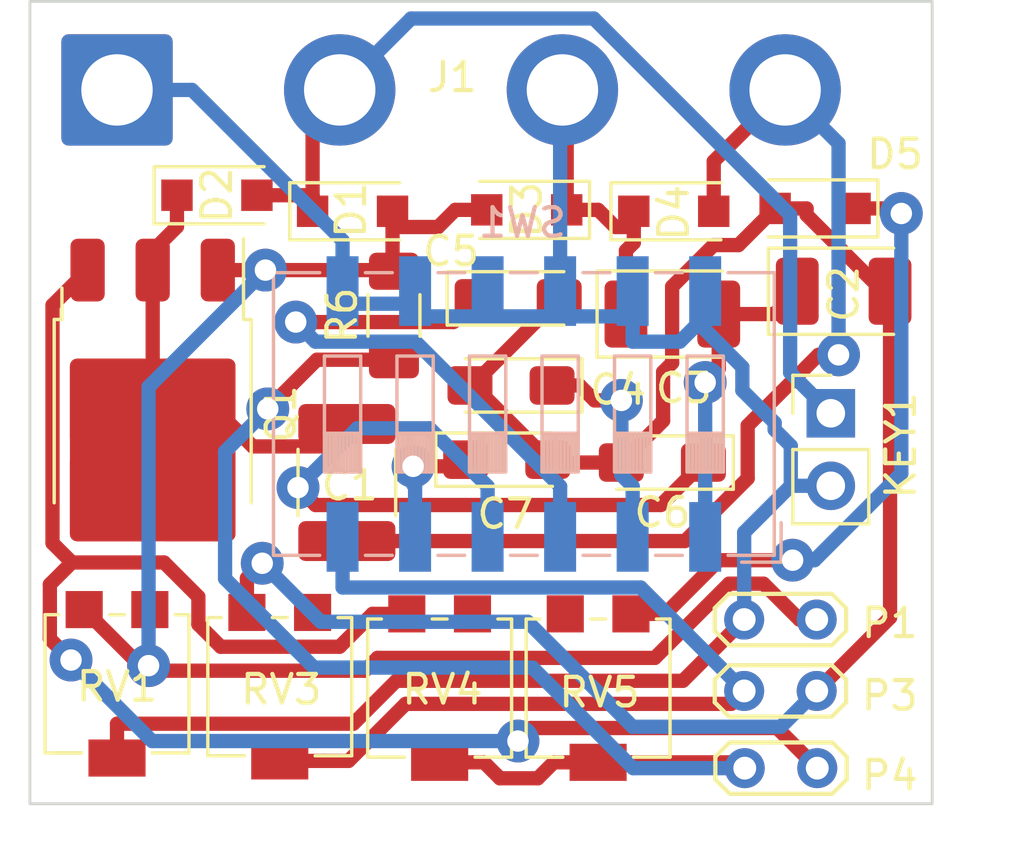
<source format=kicad_pcb>
(kicad_pcb (version 20221018) (generator pcbnew)
  (layers (0 "F.Cu" signal) (31 "B.Cu" signal) (34 "B.Paste" user) (35 "F.Paste" user) (36 "B.SilkS" user "B.Silkscreen") (37 "F.SilkS" user "F.Silkscreen") (38 "B.Mask" user) (39 "F.Mask" user) (44 "Edge.Cuts" user))
  (net 0 "")
  (net 1 "GND")
  (net 2 "Net-(C2-Pad1)")
  (net 3 "RWIRE")
  (net 4 "Net-(C4-Pad1)")
  (net 5 "BWIRE")
  (net 6 "/Anode")
  (net 7 "Net-(C5-Pad1)")
  (net 8 "Net-(C6-Pad1)")
  (net 9 "Net-(C7-Pad1)")
  (net 14 "Net-(D5-A)")
  (net 15 "/Cathode")
  (net 16 "Net-(D5-K)")
  (net 17 "/Gate")
  (net 18 "Net-(P4-Pin_2)")
  (net 19 "Net-(P3-Pin_2)")
  (footprint "Connector_Wire:SolderWire-2sqmm_1x04_P7.8mm_D2mm_OD3.9mm" (layer "F.Cu") (at 69.2 59.05)
    (fp_text reference "J1" (at 11.75 -0.45) (layer "F.SilkS"))
    (fp_text value "Conn_01x04_Male")
    (pad "1" thru_hole roundrect (at 0 0) (size 3.9 3.9) (drill 2.5) (layers "*.Cu" "*.Mask") (roundrect_rratio 0.06410307692) (net 1 "GND"))
    (pad "2" thru_hole circle (at 7.8 0) (size 3.9 3.9) (drill 2.5) (layers "*.Cu" "*.Mask") (net 5 "BWIRE"))
    (pad "3" thru_hole circle (at 15.6 0) (size 3.9 3.9) (drill 2.5) (layers "*.Cu" "*.Mask") (net 1 "GND"))
    (pad "4" thru_hole circle (at 23.4 0) (size 3.9 3.9) (drill 2.5) (layers "*.Cu" "*.Mask") (net 3 "RWIRE"))
  )
  (footprint "Diode_SMD:D_SOD-123F" (layer "F.Cu") (at 72.7 62.738)
    (fp_text reference "D2" (at 0 0 90) (layer "F.SilkS"))
    (fp_text value "1N4007")
    (pad "1" smd rect (at -1.4 0) (size 1.1 1.1) (layers "F.Cu" "F.Paste" "F.Mask") (net 6 "/Anode"))
    (pad "2" smd rect (at 1.4 0) (size 1.1 1.1) (layers "F.Cu" "F.Paste" "F.Mask") (net 5 "BWIRE"))
  )
  (footprint "Resistor_SMD:R_1206_3216Metric_Pad1.30x1.75mm_HandSolder" (layer "F.Cu") (at 78.9 66.95 90)
    (fp_text reference "R6" (at 0 -1.82 90) (layer "F.SilkS"))
    (fp_text value "1K")
    (pad "1" smd roundrect (at -1.55 0 90) (size 1.3 1.75) (layers "F.Cu" "F.Paste" "F.Mask") (roundrect_rratio 0.1923076923) (net 18 "Net-(P4-Pin_2)"))
    (pad "2" smd roundrect (at 1.55 0 90) (size 1.3 1.75) (layers "F.Cu" "F.Paste" "F.Mask") (roundrect_rratio 0.1923076923) (net 15 "/Cathode"))
  )
  (footprint "Potentiometer_SMD:Potentiometer_Bourns_3224G_Horizontal" (layer "F.Cu") (at 86.05 80 90)
    (fp_text reference "RV5" (at -0.15 0.05 180) (layer "F.SilkS"))
    (fp_text value "50")
    (pad "1" smd rect (at 2.6 -1.15 90) (size 1.3 1.3) (layers "F.Cu" "F.Paste" "F.Mask"))
    (pad "2" smd rect (at -2.6 0 90) (size 1.3 2) (layers "F.Cu" "F.Paste" "F.Mask") (net 18 "Net-(P4-Pin_2)"))
    (pad "3" smd rect (at 2.6 1.15 90) (size 1.3 1.3) (layers "F.Cu" "F.Paste" "F.Mask") (net 16 "Net-(D5-K)"))
  )
  (footprint "Package_TO_SOT_SMD:TO-252-3_TabPin2" (layer "F.Cu") (at 70.45 70.4 -90)
    (fp_text reference "Q1" (at 0 -4.5 -90) (layer "F.SilkS"))
    (fp_text value "TIC106")
    (pad "1" smd roundrect (at -5.04 -2.28 270) (size 2.2 1.2) (layers "F.Cu" "F.Paste" "F.Mask") (roundrect_rratio 0.208333) (net 15 "/Cathode"))
    (pad "2" smd roundrect (at -5.04 0 270) (size 2.2 1.2) (layers "F.Cu" "F.Paste" "F.Mask") (roundrect_rratio 0.208333) (net 6 "/Anode"))
    (pad "2" smd roundrect (at -0.415 -1.525 270) (size 3.05 2.75) (layers "F.Cu" "F.Paste") (roundrect_rratio 0.090909) (net 6 "/Anode"))
    (pad "2" smd roundrect (at -0.415 1.525 270) (size 3.05 2.75) (layers "F.Cu" "F.Paste") (roundrect_rratio 0.090909) (net 6 "/Anode"))
    (pad "2" smd roundrect (at 1.26 0 270) (size 6.4 5.8) (layers "F.Cu" "F.Mask") (roundrect_rratio 0.043103) (net 6 "/Anode"))
    (pad "2" smd roundrect (at 2.935 -1.525 270) (size 3.05 2.75) (layers "F.Cu" "F.Paste") (roundrect_rratio 0.090909) (net 6 "/Anode"))
    (pad "2" smd roundrect (at 2.935 1.525 270) (size 3.05 2.75) (layers "F.Cu" "F.Paste") (roundrect_rratio 0.090909) (net 6 "/Anode"))
    (pad "3" smd roundrect (at -5.04 2.28 270) (size 2.2 1.2) (layers "F.Cu" "F.Paste" "F.Mask") (roundrect_rratio 0.208333) (net 17 "/Gate"))
  )
  (footprint "Capacitor_Tantalum_SMD:CP_EIA-3528-12_Kemet-T_Pad1.50x2.35mm_HandSolder" (layer "F.Cu") (at 94.65 66.1)
    (fp_text reference "C2" (at 0 0.1 90) (layer "F.SilkS"))
    (fp_text value "4.7uF")
    (pad "1" smd roundrect (at -1.625 0) (size 1.5 2.35) (layers "F.Cu" "F.Paste" "F.Mask") (roundrect_rratio 0.1666673333) (net 2 "Net-(C2-Pad1)"))
    (pad "2" smd roundrect (at 1.625 0) (size 1.5 2.35) (layers "F.Cu" "F.Paste" "F.Mask") (roundrect_rratio 0.1666673333) (net 14 "Net-(D5-A)"))
  )
  (footprint "Potentiometer_SMD:Potentiometer_Bourns_3224G_Horizontal" (layer "F.Cu") (at 74.9 79.95 90)
    (fp_text reference "RV3" (at -0.1 0.05 180) (layer "F.SilkS"))
    (fp_text value "1k")
    (pad "1" smd rect (at 2.6 -1.15 90) (size 1.3 1.3) (layers "F.Cu" "F.Paste" "F.Mask") (net 14 "Net-(D5-A)"))
    (pad "2" smd rect (at -2.6 0 90) (size 1.3 2) (layers "F.Cu" "F.Paste" "F.Mask") (net 19 "Net-(P3-Pin_2)"))
    (pad "3" smd rect (at 2.6 1.15 90) (size 1.3 1.3) (layers "F.Cu" "F.Paste" "F.Mask"))
  )
  (footprint "Potentiometer_SMD:Potentiometer_Bourns_3224G_Horizontal" (layer "F.Cu") (at 80.5 80 90)
    (fp_text reference "RV4" (at -0.05 0.1 180) (layer "F.SilkS"))
    (fp_text value "500")
    (pad "1" smd rect (at 2.6 -1.15 90) (size 1.3 1.3) (layers "F.Cu" "F.Paste" "F.Mask") (net 17 "/Gate"))
    (pad "2" smd rect (at -2.6 0 90) (size 1.3 2) (layers "F.Cu" "F.Paste" "F.Mask") (net 18 "Net-(P4-Pin_2)"))
    (pad "3" smd rect (at 2.6 1.15 90) (size 1.3 1.3) (layers "F.Cu" "F.Paste" "F.Mask"))
  )
  (footprint "Diode_SMD:D_SOD-123F" (layer "F.Cu") (at 83.55 63.25 180)
    (fp_text reference "D3" (at 0 0 90) (layer "F.SilkS"))
    (fp_text value "1N4007")
    (pad "1" smd rect (at -1.4 0 180) (size 1.1 1.1) (layers "F.Cu" "F.Paste" "F.Mask") (net 1 "GND"))
    (pad "2" smd rect (at 1.4 0 180) (size 1.1 1.1) (layers "F.Cu" "F.Paste" "F.Mask") (net 15 "/Cathode"))
  )
  (footprint "Capacitor_Tantalum_SMD:CP_EIA-3528-12_Kemet-T_Pad1.50x2.35mm_HandSolder" (layer "F.Cu") (at 88.65 66.9)
    (fp_text reference "C3" (at 0.4 2.6) (layer "F.SilkS"))
    (fp_text value "4.7uF")
    (pad "1" smd roundrect (at -1.625 0) (size 1.5 2.35) (layers "F.Cu" "F.Paste" "F.Mask") (roundrect_rratio 0.1666673333) (net 1 "GND"))
    (pad "2" smd roundrect (at 1.625 0) (size 1.5 2.35) (layers "F.Cu" "F.Paste" "F.Mask") (roundrect_rratio 0.1666673333) (net 2 "Net-(C2-Pad1)"))
  )
  (footprint "TestPoint:TestPoint_2Pads_Pitch2.54mm_Drill0.8mm" (layer "F.Cu") (at 93.706 80.1 180)
    (fp_text reference "P3" (at -2.56 -0.164 180) (layer "F.SilkS"))
    (fp_text value "RV3 TP")
    (pad "1" thru_hole circle (at 0 0 180) (size 1.4 1.4) (drill 0.8) (layers "*.Cu" "*.Mask") (net 14 "Net-(D5-A)"))
    (pad "2" thru_hole circle (at 2.54 0 180) (size 1.4 1.4) (drill 0.8) (layers "*.Cu" "*.Mask") (net 19 "Net-(P3-Pin_2)"))
  )
  (footprint "Diode_SMD:D_SOD-123F" (layer "F.Cu") (at 93.65 63.2 180)
    (fp_text reference "D5" (at -2.8 1.9) (layer "F.SilkS"))
    (fp_text value "1N4007")
    (pad "1" smd rect (at -1.4 0 180) (size 1.1 1.1) (layers "F.Cu" "F.Paste" "F.Mask") (net 16 "Net-(D5-K)"))
    (pad "2" smd rect (at 1.4 0 180) (size 1.1 1.1) (layers "F.Cu" "F.Paste" "F.Mask") (net 14 "Net-(D5-A)"))
  )
  (footprint "TestPoint:TestPoint_2Pads_Pitch2.54mm_Drill0.8mm" (layer "F.Cu") (at 93.706 77.6 180)
    (fp_text reference "P1" (at -2.56 -0.124 180) (layer "F.SilkS"))
    (fp_text value "RV1 TP")
    (pad "1" thru_hole circle (at 0 0 180) (size 1.4 1.4) (drill 0.8) (layers "*.Cu" "*.Mask") (net 15 "/Cathode"))
    (pad "2" thru_hole circle (at 2.54 0 180) (size 1.4 1.4) (drill 0.8) (layers "*.Cu" "*.Mask") (net 1 "GND"))
  )
  (footprint "Diode_SMD:D_SOD-123F" (layer "F.Cu") (at 77.45 63.3)
    (fp_text reference "D1" (at -0.05 -0.05 90) (layer "F.SilkS"))
    (fp_text value "1N4007")
    (pad "1" smd rect (at -1.4 0) (size 1.1 1.1) (layers "F.Cu" "F.Paste" "F.Mask") (net 5 "BWIRE"))
    (pad "2" smd rect (at 1.4 0) (size 1.1 1.1) (layers "F.Cu" "F.Paste" "F.Mask") (net 15 "/Cathode"))
  )
  (footprint "Capacitor_SMD:C_1812_4532Metric" (layer "F.Cu") (at 77.25 72.8 -90)
    (fp_text reference "C1" (at 0.1 -0.1 180) (layer "F.SilkS"))
    (fp_text value "1uF")
    (pad "1" smd roundrect (at -2.05 0 270) (size 1.4 3.4) (layers "F.Cu" "F.Paste" "F.Mask") (roundrect_rratio 0.1785707143) (net 6 "/Anode"))
    (pad "2" smd roundrect (at 2.05 0 270) (size 1.4 3.4) (layers "F.Cu" "F.Paste" "F.Mask") (roundrect_rratio 0.1785707143) (net 3 "RWIRE"))
  )
  (footprint "Diode_SMD:D_SOD-123F" (layer "F.Cu") (at 88.7 63.3)
    (fp_text reference "D4" (at 0 0.05 90) (layer "F.SilkS"))
    (fp_text value "1N4007")
    (pad "1" smd rect (at -1.4 0) (size 1.1 1.1) (layers "F.Cu" "F.Paste" "F.Mask") (net 1 "GND"))
    (pad "2" smd rect (at 1.4 0) (size 1.1 1.1) (layers "F.Cu" "F.Paste" "F.Mask") (net 3 "RWIRE"))
  )
  (footprint "Capacitor_Tantalum_SMD:CP_EIA-3216-18_Kemet-A_Pad1.58x1.35mm_HandSolder" (layer "F.Cu") (at 83.25 66.35)
    (fp_text reference "C5" (at -2.35 -1.65) (layer "F.SilkS"))
    (fp_text value "0.47uF")
    (pad "1" smd roundrect (at -1.4375 0) (size 1.575 1.35) (layers "F.Cu" "F.Paste" "F.Mask") (roundrect_rratio 0.1851851852) (net 7 "Net-(C5-Pad1)"))
    (pad "2" smd roundrect (at 1.4375 0) (size 1.575 1.35) (layers "F.Cu" "F.Paste" "F.Mask") (roundrect_rratio 0.1851851852) (net 14 "Net-(D5-A)"))
  )
  (footprint "Capacitor_Tantalum_SMD:CP_EIA-3216-18_Kemet-A_Pad1.58x1.35mm_HandSolder" (layer "F.Cu") (at 88.3 72.1 180)
    (fp_text reference "C6" (at 0 -1.75) (layer "F.SilkS"))
    (fp_text value "0.47uF")
    (pad "1" smd roundrect (at -1.4375 0 180) (size 1.575 1.35) (layers "F.Cu" "F.Paste" "F.Mask") (roundrect_rratio 0.1851851852) (net 8 "Net-(C6-Pad1)"))
    (pad "2" smd roundrect (at 1.4375 0 180) (size 1.575 1.35) (layers "F.Cu" "F.Paste" "F.Mask") (roundrect_rratio 0.1851851852) (net 14 "Net-(D5-A)"))
  )
  (footprint "Capacitor_Tantalum_SMD:CP_EIA-3216-18_Kemet-A_Pad1.58x1.35mm_HandSolder" (layer "F.Cu") (at 83 69.4 180)
    (fp_text reference "C4" (at -3.75 -0.15) (layer "F.SilkS"))
    (fp_text value "0.47uF")
    (pad "1" smd roundrect (at -1.4375 0 180) (size 1.575 1.35) (layers "F.Cu" "F.Paste" "F.Mask") (roundrect_rratio 0.1851851852) (net 4 "Net-(C4-Pad1)"))
    (pad "2" smd roundrect (at 1.4375 0 180) (size 1.575 1.35) (layers "F.Cu" "F.Paste" "F.Mask") (roundrect_rratio 0.1851851852) (net 14 "Net-(D5-A)"))
  )
  (footprint "Capacitor_Tantalum_SMD:CP_EIA-3216-18_Kemet-A_Pad1.58x1.35mm_HandSolder" (layer "F.Cu") (at 82.85 72)
    (fp_text reference "C7" (at -0.05 1.9) (layer "F.SilkS"))
    (fp_text value "0.47uF")
    (pad "1" smd roundrect (at -1.4375 0) (size 1.575 1.35) (layers "F.Cu" "F.Paste" "F.Mask") (roundrect_rratio 0.1851851852) (net 9 "Net-(C7-Pad1)"))
    (pad "2" smd roundrect (at 1.4375 0) (size 1.575 1.35) (layers "F.Cu" "F.Paste" "F.Mask") (roundrect_rratio 0.1851851852) (net 14 "Net-(D5-A)"))
  )
  (footprint "TestPoint:TestPoint_2Pads_Pitch2.54mm_Drill0.8mm" (layer "F.Cu") (at 93.726 82.804 180)
    (fp_text reference "P4" (at -2.54 -0.254 180) (layer "F.SilkS"))
    (fp_text value "RV4 TP")
    (pad "1" thru_hole circle (at 0 0 180) (size 1.4 1.4) (drill 0.8) (layers "*.Cu" "*.Mask") (net 17 "/Gate"))
    (pad "2" thru_hole circle (at 2.54 0 180) (size 1.4 1.4) (drill 0.8) (layers "*.Cu" "*.Mask") (net 18 "Net-(P4-Pin_2)"))
  )
  (footprint "Connector_PinHeader_2.54mm:PinHeader_1x02_P2.54mm_Vertical" (layer "F.Cu") (at 94.2 70.375)
    (fp_text reference "KEY1" (at 2.45 1.125 90) (layer "F.SilkS"))
    (fp_text value "Conn_01x02_Male")
    (pad "1" thru_hole rect (at 0 0) (size 1.7 1.7) (drill 1) (layers "*.Cu" "*.Mask") (net 5 "BWIRE"))
    (pad "2" thru_hole oval (at 0 2.54) (size 1.7 1.7) (drill 1) (layers "*.Cu" "*.Mask") (net 1 "GND"))
  )
  (footprint "Potentiometer_SMD:Potentiometer_Bourns_3224G_Horizontal" (layer "F.Cu") (at 69.2 79.85 90)
    (fp_text reference "RV1" (at -0.1 0 180) (layer "F.SilkS"))
    (fp_text value "50")
    (pad "1" smd rect (at 2.6 -1.15 90) (size 1.3 1.3) (layers "F.Cu" "F.Paste" "F.Mask") (net 15 "/Cathode"))
    (pad "2" smd rect (at -2.6 0 90) (size 1.3 2) (layers "F.Cu" "F.Paste" "F.Mask") (net 1 "GND"))
    (pad "3" smd rect (at 2.6 1.15 90) (size 1.3 1.3) (layers "F.Cu" "F.Paste" "F.Mask"))
  )
  (footprint "Button_Switch_SMD:SW_DIP_SPSTx06_Slide_9.78x17.42mm_W8.61mm_P2.54mm" (layer "B.Cu") (at 83.45 70.4 90)
    (fp_text reference "SW1" (at 6.7 -0.05 180) (layer "B.SilkS") (effects (justify mirror)))
    (fp_text value "SW_DIP_x06")
    (pad "1" smd rect (at -4.305 6.35 90) (size 2.44 1.12) (layers "B.Cu" "B.Paste" "B.Mask") (net 2 "Net-(C2-Pad1)"))
    (pad "2" smd rect (at -4.305 3.81 90) (size 2.44 1.12) (layers "B.Cu" "B.Paste" "B.Mask") (net 4 "Net-(C4-Pad1)"))
    (pad "3" smd rect (at -4.305 1.27 90) (size 2.44 1.12) (layers "B.Cu" "B.Paste" "B.Mask") (net 7 "Net-(C5-Pad1)"))
    (pad "4" smd rect (at -4.305 -1.27 90) (size 2.44 1.12) (layers "B.Cu" "B.Paste" "B.Mask") (net 8 "Net-(C6-Pad1)"))
    (pad "5" smd rect (at -4.305 -3.81 90) (size 2.44 1.12) (layers "B.Cu" "B.Paste" "B.Mask") (net 9 "Net-(C7-Pad1)"))
    (pad "6" smd rect (at -4.305 -6.35 90) (size 2.44 1.12) (layers "B.Cu" "B.Paste" "B.Mask") (net 19 "Net-(P3-Pin_2)"))
    (pad "7" smd rect (at 4.305 -6.35 90) (size 2.44 1.12) (layers "B.Cu" "B.Paste" "B.Mask") (net 1 "GND"))
    (pad "8" smd rect (at 4.305 -3.81 90) (size 2.44 1.12) (layers "B.Cu" "B.Paste" "B.Mask") (net 1 "GND"))
    (pad "9" smd rect (at 4.305 -1.27 90) (size 2.44 1.12) (layers "B.Cu" "B.Paste" "B.Mask") (net 1 "GND"))
    (pad "10" smd rect (at 4.305 1.27 90) (size 2.44 1.12) (layers "B.Cu" "B.Paste" "B.Mask") (net 1 "GND"))
    (pad "11" smd rect (at 4.305 3.81 90) (size 2.44 1.12) (layers "B.Cu" "B.Paste" "B.Mask") (net 1 "GND"))
    (pad "12" smd rect (at 4.305 6.35 90) (size 2.44 1.12) (layers "B.Cu" "B.Paste" "B.Mask") (net 1 "GND"))
  )
  (gr_rect (start 66.15 55.95) (end 97.75 84.05) (stroke (width 0.1)) (fill none) (layer "Edge.Cuts"))
  (segment (start 87.3 63.8509) (end 87.3 64.4019) (width 0.5) (layer "F.Cu") (net 1))
  (segment (start 77.4779 81.2481) (end 69.2 81.2481) (width 0.5) (layer "F.Cu") (net 1))
  (segment (start 91.166 77.6) (end 89.0217 79.7443) (width 0.5) (layer "F.Cu") (net 1))
  (segment (start 69.2 82.45) (end 69.2 81.2481) (width 0.5) (layer "F.Cu") (net 1))
  (segment (start 87.3 63.8509) (end 86.6528 63.8509) (width 0.5) (layer "F.Cu") (net 1))
  (segment (start 78.9817 79.7443) (end 77.4779 81.2481) (width 0.5) (layer "F.Cu") (net 1))
  (segment (start 86.6528 63.8509) (end 86.0519 63.25) (width 0.5) (layer "F.Cu") (net 1))
  (segment (start 84.95 63.25) (end 86.0519 63.25) (width 0.5) (layer "F.Cu") (net 1))
  (segment (start 89.0217 79.7443) (end 78.9817 79.7443) (width 0.5) (layer "F.Cu") (net 1))
  (segment (start 87.025 64.6769) (end 87.3 64.4019) (width 0.5) (layer "F.Cu") (net 1))
  (segment (start 87.3 63.3) (end 87.3 63.8509) (width 0.5) (layer "F.Cu") (net 1))
  (segment (start 87.025 66.9) (end 87.025 64.6769) (width 0.5) (layer "F.Cu") (net 1))
  (segment (start 84.95 59.2) (end 84.95 63.25) (width 0.5) (layer "F.Cu") (net 1))
  (segment (start 84.8 59.05) (end 84.95 59.2) (width 0.5) (layer "F.Cu") (net 1))
  (segment (start 79.64 66.095) (end 79.64 66.5379) (width 0.5) (layer "B.Cu") (net 1))
  (segment (start 89.5633 67.2176) (end 88.914 67.8669) (width 0.5) (layer "B.Cu") (net 1))
  (segment (start 69.2 59.05) (end 71.8269 59.05) (width 0.5) (layer "B.Cu") (net 1))
  (segment (start 84.72 66.095) (end 84.72 66.9809) (width 0.5) (layer "B.Cu") (net 1))
  (segment (start 79.64 66.5379) (end 77.5429 66.5379) (width 0.5) (layer "B.Cu") (net 1))
  (segment (start 91.1024 68.7568) (end 89.5633 67.2176) (width 0.5) (layer "B.Cu") (net 1))
  (segment (start 84.72 66.9809) (end 82.18 66.9809) (width 0.5) (layer "B.Cu") (net 1))
  (segment (start 87.26 66.9809) (end 87.26 67.8669) (width 0.5) (layer "B.Cu") (net 1))
  (segment (start 84.72 59.13) (end 84.8 59.05) (width 0.5) (layer "B.Cu") (net 1))
  (segment (start 82.18 66.095) (end 82.18 66.9809) (width 0.5) (layer "B.Cu") (net 1))
  (segment (start 79.64 66.5379) (end 79.64 66.9809) (width 0.5) (layer "B.Cu") (net 1))
  (segment (start 91.1024 69.5744) (end 91.1024 68.7568) (width 0.5) (layer "B.Cu") (net 1))
  (segment (start 77.5429 66.5379) (end 77.1 66.095) (width 0.5) (layer "B.Cu") (net 1))
  (segment (start 92.7981 71.5131) (end 92.5051 71.2201) (width 0.5) (layer "B.Cu") (net 1))
  (segment (start 89.8 66.095) (end 89.8 66.9809) (width 0.5) (layer "B.Cu") (net 1))
  (segment (start 92.2335 70.7055) (end 91.1024 69.5744) (width 0.5) (layer "B.Cu") (net 1))
  (segment (start 84.72 66.095) (end 84.72 59.13) (width 0.5) (layer "B.Cu") (net 1))
  (segment (start 87.26 66.095) (end 87.26 66.9809) (width 0.5) (layer "B.Cu") (net 1))
  (segment (start 92.5051 71.2201) (end 92.5051 71.22) (width 0.5) (layer "B.Cu") (net 1))
  (segment (start 87.26 66.9809) (end 84.72 66.9809) (width 0.5) (layer "B.Cu") (net 1))
  (segment (start 71.8269 59.05) (end 77.1 64.3231) (width 0.5) (layer "B.Cu") (net 1))
  (segment (start 94.2 72.915) (end 92.7981 72.915) (width 0.5) (layer "B.Cu") (net 1))
  (segment (start 92.2335 70.9484) (end 92.2335 70.7055) (width 0.5) (layer "B.Cu") (net 1))
  (segment (start 92.7981 72.915) (end 92.7981 71.5131) (width 0.5) (layer "B.Cu") (net 1))
  (segment (start 92.5051 71.22) (end 92.2335 70.9484) (width 0.5) (layer "B.Cu") (net 1))
  (segment (start 89.8 66.9809) (end 89.5633 67.2176) (width 0.5) (layer "B.Cu") (net 1))
  (segment (start 82.18 66.9809) (end 79.64 66.9809) (width 0.5) (layer "B.Cu") (net 1))
  (segment (start 77.1 66.095) (end 77.1 64.3231) (width 0.5) (layer "B.Cu") (net 1))
  (segment (start 92.7981 72.915) (end 91.166 74.5471) (width 0.5) (layer "B.Cu") (net 1))
  (segment (start 88.914 67.8669) (end 87.26 67.8669) (width 0.5) (layer "B.Cu") (net 1))
  (segment (start 91.166 74.5471) (end 91.166 77.6) (width 0.5) (layer "B.Cu") (net 1))
  (segment (start 90.275 68.8217) (end 89.8005 69.2962) (width 0.5) (layer "F.Cu") (net 2))
  (segment (start 90.275 66.9) (end 90.275 68.8217) (width 0.5) (layer "F.Cu") (net 2))
  (segment (start 90.275 66.9) (end 92.225 66.9) (width 0.5) (layer "F.Cu") (net 2))
  (segment (start 92.225 66.9) (end 93.025 66.1) (width 0.5) (layer "F.Cu") (net 2))
  (via (at 89.8005 69.2962) (size 1.5) (drill 0.75) (layers "F.Cu" "B.Cu") (net 2))
  (segment (start 89.8 69.2967) (end 89.8005 69.2962) (width 0.5) (layer "B.Cu") (net 2))
  (segment (start 89.8 74.705) (end 89.8 72.9331) (width 0.5) (layer "B.Cu") (net 2))
  (segment (start 89.8 72.9331) (end 89.8 69.2967) (width 0.5) (layer "B.Cu") (net 2))
  (segment (start 90.1 61.55) (end 90.1 63.3) (width 0.5) (layer "F.Cu") (net 3))
  (segment (start 91.2887 72.6573) (end 91.2887 70.8058) (width 0.5) (layer "F.Cu") (net 3))
  (segment (start 93.7659 68.3286) (end 94.4717 68.3286) (width 0.5) (layer "F.Cu") (net 3))
  (segment (start 91.2887 70.8058) (end 93.7659 68.3286) (width 0.5) (layer "F.Cu") (net 3))
  (segment (start 92.6 59.05) (end 90.1 61.55) (width 0.5) (layer "F.Cu") (net 3))
  (segment (start 77.25 74.85) (end 89.096 74.85) (width 0.5) (layer "F.Cu") (net 3))
  (segment (start 89.096 74.85) (end 91.2887 72.6573) (width 0.5) (layer "F.Cu") (net 3))
  (via (at 94.4717 68.3286) (size 1.5) (drill 0.75) (layers "F.Cu" "B.Cu") (net 3))
  (segment (start 94.4717 60.9217) (end 92.6 59.05) (width 0.5) (layer "B.Cu") (net 3))
  (segment (start 94.4717 68.3286) (end 94.4717 60.9217) (width 0.5) (layer "B.Cu") (net 3))
  (segment (start 84.4375 69.4) (end 85.402 69.4) (width 0.5) (layer "F.Cu") (net 4))
  (segment (start 85.9266 69.9246) (end 86.8654 69.9246) (width 0.5) (layer "F.Cu") (net 4))
  (segment (start 85.402 69.4) (end 85.9266 69.9246) (width 0.5) (layer "F.Cu") (net 4))
  (via (at 86.8654 69.9246) (size 1.5) (drill 0.75) (layers "F.Cu" "B.Cu") (net 4))
  (segment (start 87.26 74.705) (end 87.26 72.9331) (width 0.5) (layer "B.Cu") (net 4))
  (segment (start 86.8654 72.5385) (end 86.8654 69.9246) (width 0.5) (layer "B.Cu") (net 4))
  (segment (start 87.26 72.9331) (end 86.8654 72.5385) (width 0.5) (layer "B.Cu") (net 4))
  (segment (start 76.05 62.738) (end 76.05 63.3) (width 0.5) (layer "F.Cu") (net 5))
  (segment (start 76.05 62.738) (end 75.2019 62.738) (width 0.5) (layer "F.Cu") (net 5))
  (segment (start 76.05 60) (end 76.05 62.738) (width 0.5) (layer "F.Cu") (net 5))
  (segment (start 74.1 62.738) (end 75.2019 62.738) (width 0.5) (layer "F.Cu") (net 5))
  (segment (start 77 59.05) (end 76.05 60) (width 0.5) (layer "F.Cu") (net 5))
  (segment (start 77 59.05) (end 79.5019 56.5481) (width 0.5) (layer "B.Cu") (net 5))
  (segment (start 85.8979 56.5481) (end 92.7757 63.4259) (width 0.5) (layer "B.Cu") (net 5))
  (segment (start 92.7757 68.9507) (end 94.2 70.375) (width 0.5) (layer "B.Cu") (net 5))
  (segment (start 92.7757 63.4259) (end 92.7757 68.9507) (width 0.5) (layer "B.Cu") (net 5))
  (segment (start 79.5019 56.5481) (end 85.8979 56.5481) (width 0.5) (layer "B.Cu") (net 5))
  (segment (start 69.8375 72.4225) (end 70.45 72.4225) (width 0.5) (layer "F.Cu") (net 6))
  (segment (start 70.45 69.985) (end 70.45 71.66) (width 0.5) (layer "F.Cu") (net 6))
  (segment (start 77.25 70.75) (end 76.464 71.536) (width 0.5) (layer "F.Cu") (net 6))
  (segment (start 71.0625 72.4225) (end 71.975 73.335) (width 0.5) (layer "F.Cu") (net 6))
  (segment (start 70.45 64.6899) (end 70.45 65.36) (width 0.5) (layer "F.Cu") (net 6))
  (segment (start 72.4033 69.9851) (end 71.975 69.9851) (width 0.5) (layer "F.Cu") (net 6))
  (segment (start 71.3 62.738) (end 71.3 63.8399) (width 0.5) (layer "F.Cu") (net 6))
  (segment (start 71.975 69.9851) (end 71.975 69.985) (width 0.5) (layer "F.Cu") (net 6))
  (segment (start 70.45 65.36) (end 70.45 69.985) (width 0.5) (layer "F.Cu") (net 6))
  (segment (start 73.9542 71.536) (end 72.4033 69.9851) (width 0.5) (layer "F.Cu") (net 6))
  (segment (start 76.464 71.536) (end 73.9542 71.536) (width 0.5) (layer "F.Cu") (net 6))
  (segment (start 68.925 73.335) (end 69.8375 72.4225) (width 0.5) (layer "F.Cu") (net 6))
  (segment (start 70.45 72.4225) (end 71.0625 72.4225) (width 0.5) (layer "F.Cu") (net 6))
  (segment (start 70.45 72.4225) (end 70.45 71.66) (width 0.5) (layer "F.Cu") (net 6))
  (segment (start 70.45 69.985) (end 68.925 69.985) (width 0.5) (layer "F.Cu") (net 6))
  (segment (start 71.975 69.985) (end 70.45 69.985) (width 0.5) (layer "F.Cu") (net 6))
  (segment (start 71.3 63.8399) (end 70.45 64.6899) (width 0.5) (layer "F.Cu") (net 6))
  (segment (start 80.9825 67.18) (end 81.8125 66.35) (width 0.5) (layer "F.Cu") (net 7))
  (segment (start 75.4597 67.18) (end 80.9825 67.18) (width 0.5) (layer "F.Cu") (net 7))
  (via (at 75.4597 67.18) (size 1.5) (drill 0.75) (layers "F.Cu" "B.Cu") (net 7))
  (segment (start 84.72 74.705) (end 84.72 72.9331) (width 0.5) (layer "B.Cu") (net 7))
  (segment (start 79.6538 67.8669) (end 76.1466 67.8669) (width 0.5) (layer "B.Cu") (net 7))
  (segment (start 84.72 72.9331) (end 79.6538 67.8669) (width 0.5) (layer "B.Cu") (net 7))
  (segment (start 76.1466 67.8669) (end 75.4597 67.18) (width 0.5) (layer "B.Cu") (net 7))
  (segment (start 76.1506 73.5877) (end 88.2498 73.5877) (width 0.5) (layer "F.Cu") (net 8))
  (segment (start 75.5395 72.9766) (end 76.1506 73.5877) (width 0.5) (layer "F.Cu") (net 8))
  (segment (start 88.2498 73.5877) (end 89.7375 72.1) (width 0.5) (layer "F.Cu") (net 8))
  (via (at 75.5395 72.9766) (size 1.5) (drill 0.75) (layers "F.Cu" "B.Cu") (net 8))
  (segment (start 82.18 72.9331) (end 80.1468 70.8999) (width 0.5) (layer "B.Cu") (net 8))
  (segment (start 80.1468 70.8999) (end 77.6162 70.8999) (width 0.5) (layer "B.Cu") (net 8))
  (segment (start 77.6162 70.8999) (end 75.5395 72.9766) (width 0.5) (layer "B.Cu") (net 8))
  (segment (start 82.18 74.705) (end 82.18 72.9331) (width 0.5) (layer "B.Cu") (net 8))
  (segment (start 81.1799 72.2326) (end 79.5699 72.2326) (width 0.5) (layer "F.Cu") (net 9))
  (segment (start 81.4125 72) (end 81.1799 72.2326) (width 0.5) (layer "F.Cu") (net 9))
  (via (at 79.5699 72.2326) (size 1.5) (drill 0.75) (layers "F.Cu" "B.Cu") (net 9))
  (segment (start 79.64 74.705) (end 79.64 72.9331) (width 0.5) (layer "B.Cu") (net 9))
  (segment (start 79.5699 72.863) (end 79.5699 72.2326) (width 0.5) (layer "B.Cu") (net 9))
  (segment (start 79.64 72.9331) (end 79.5699 72.863) (width 0.5) (layer "B.Cu") (net 9))
  (segment (start 93.3519 63.2) (end 93.3519 63.427) (width 0.5) (layer "F.Cu") (net 14))
  (segment (start 81.9926 69.4) (end 81.9926 69.0449) (width 0.5) (layer "F.Cu") (net 14))
  (segment (start 93.706 80.1) (end 96.275 77.531) (width 0.5) (layer "F.Cu") (net 14))
  (segment (start 81.9926 69.4) (end 81.5625 69.4) (width 0.5) (layer "F.Cu") (net 14))
  (segment (start 90.9662 64.4838) (end 92.25 63.2) (width 0.5) (layer "F.Cu") (net 14))
  (segment (start 86.8625 72.1) (end 88.3264 70.6361) (width 0.5) (layer "F.Cu") (net 14))
  (segment (start 88.3264 70.6361) (end 88.3264 68.9289) (width 0.5) (layer "F.Cu") (net 14))
  (segment (start 88.6425 65.938) (end 90.0967 64.4838) (width 0.5) (layer "F.Cu") (net 14))
  (segment (start 88.6425 68.6128) (end 88.6425 65.938) (width 0.5) (layer "F.Cu") (net 14))
  (segment (start 92.25 63.2) (end 93.3519 63.2) (width 0.5) (layer "F.Cu") (net 14))
  (segment (start 74.27 75.6281) (end 74.2866 75.6281) (width 0.5) (layer "F.Cu") (net 14))
  (segment (start 93.3519 63.427) (end 96.0249 66.1) (width 0.5) (layer "F.Cu") (net 14))
  (segment (start 84.3875 72.1) (end 86.8625 72.1) (width 0.5) (layer "F.Cu") (net 14))
  (segment (start 81.9926 69.0449) (end 84.6875 66.35) (width 0.5) (layer "F.Cu") (net 14))
  (segment (start 84.2875 72) (end 81.9926 69.7051) (width 0.5) (layer "F.Cu") (net 14))
  (segment (start 90.0967 64.4838) (end 90.9662 64.4838) (width 0.5) (layer "F.Cu") (net 14))
  (segment (start 73.75 77.35) (end 73.75 76.1481) (width 0.5) (layer "F.Cu") (net 14))
  (segment (start 81.9926 69.7051) (end 81.9926 69.4) (width 0.5) (layer "F.Cu") (net 14))
  (segment (start 73.75 76.1481) (end 74.27 75.6281) (width 0.5) (layer "F.Cu") (net 14))
  (segment (start 96.0249 66.1) (end 96.275 66.1) (width 0.5) (layer "F.Cu") (net 14))
  (segment (start 96.275 77.531) (end 96.275 66.1) (width 0.5) (layer "F.Cu") (net 14))
  (segment (start 88.3264 68.9289) (end 88.6425 68.6128) (width 0.5) (layer "F.Cu") (net 14))
  (segment (start 84.2875 72) (end 84.3875 72.1) (width 0.5) (layer "F.Cu") (net 14))
  (via (at 74.2866 75.6281) (size 1.5) (drill 0.75) (layers "F.Cu" "B.Cu") (net 14))
  (segment (start 76.3361 77.6776) (end 83.5816 77.6776) (width 0.5) (layer "B.Cu") (net 14))
  (segment (start 74.2866 75.6281) (end 76.3361 77.6776) (width 0.5) (layer "B.Cu") (net 14))
  (segment (start 83.5816 77.6776) (end 87.2588 81.3548) (width 0.5) (layer "B.Cu") (net 14))
  (segment (start 87.2588 81.3548) (end 92.4512 81.3548) (width 0.5) (layer "B.Cu") (net 14))
  (segment (start 92.4512 81.3548) (end 93.706 80.1) (width 0.5) (layer "B.Cu") (net 14))
  (segment (start 77.8757 79.3912) (end 70.4826 79.3912) (width 0.5) (layer "F.Cu") (net 15))
  (segment (start 82.15 63.25) (end 81.0481 63.25) (width 0.5) (layer "F.Cu") (net 15))
  (segment (start 70.4826 79.3912) (end 70.3051 79.2137) (width 0.5) (layer "F.Cu") (net 15))
  (segment (start 93.1005 77.6) (end 91.8437 76.3432) (width 0.5) (layer "F.Cu") (net 15))
  (segment (start 88.0365 78.9424) (end 78.3245 78.9424) (width 0.5) (layer "F.Cu") (net 15))
  (segment (start 78.85 63.8509) (end 80.4472 63.8509) (width 0.5) (layer "F.Cu") (net 15))
  (segment (start 78.85 64.4019) (end 78.85 65.36) (width 0.5) (layer "F.Cu") (net 15))
  (segment (start 74.3985 65.36) (end 78.85 65.36) (width 0.5) (layer "F.Cu") (net 15))
  (segment (start 78.85 63.8509) (end 78.85 64.4019) (width 0.5) (layer "F.Cu") (net 15))
  (segment (start 91.8437 76.3432) (end 90.6357 76.3432) (width 0.5) (layer "F.Cu") (net 15))
  (segment (start 78.3245 78.9424) (end 77.8757 79.3912) (width 0.5) (layer "F.Cu") (net 15))
  (segment (start 72.73 65.36) (end 74.3985 65.36) (width 0.5) (layer "F.Cu") (net 15))
  (segment (start 78.89 65.4) (end 78.9 65.4) (width 0.5) (layer "F.Cu") (net 15))
  (segment (start 78.85 63.3) (end 78.85 63.8509) (width 0.5) (layer "F.Cu") (net 15))
  (segment (start 93.706 77.6) (end 93.1005 77.6) (width 0.5) (layer "F.Cu") (net 15))
  (segment (start 80.4472 63.8509) (end 81.0481 63.25) (width 0.5) (layer "F.Cu") (net 15))
  (segment (start 70.0137 79.2137) (end 68.05 77.25) (width 0.5) (layer "F.Cu") (net 15))
  (segment (start 78.85 65.36) (end 78.89 65.4) (width 0.5) (layer "F.Cu") (net 15))
  (segment (start 90.6357 76.3432) (end 88.0365 78.9424) (width 0.5) (layer "F.Cu") (net 15))
  (segment (start 70.3051 79.2137) (end 70.0137 79.2137) (width 0.5) (layer "F.Cu") (net 15))
  (via (at 74.3985 65.36) (size 1.5) (drill 0.75) (layers "F.Cu" "B.Cu") (net 15))
  (via (at 70.3051 79.2137) (size 1.5) (drill 0.75) (layers "F.Cu" "B.Cu") (net 15))
  (segment (start 70.3051 79.2137) (end 70.3051 69.4534) (width 0.5) (layer "B.Cu") (net 15))
  (segment (start 70.3051 69.4534) (end 74.3985 65.36) (width 0.5) (layer "B.Cu") (net 15))
  (segment (start 95.05 63.2) (end 96.1519 63.2) (width 0.5) (layer "F.Cu") (net 16))
  (segment (start 87.2 77.4) (end 88.4019 77.4) (width 0.5) (layer "F.Cu") (net 16))
  (segment (start 90.2812 75.5207) (end 92.8624 75.5207) (width 0.5) (layer "F.Cu") (net 16))
  (segment (start 96.3287 63.3768) (end 96.1519 63.2) (width 0.5) (layer "F.Cu") (net 16))
  (segment (start 96.67 63.3768) (end 96.3287 63.3768) (width 0.5) (layer "F.Cu") (net 16))
  (segment (start 88.4019 77.4) (end 90.2812 75.5207) (width 0.5) (layer "F.Cu") (net 16))
  (via (at 92.8624 75.5207) (size 1.5) (drill 0.75) (layers "F.Cu" "B.Cu") (net 16))
  (via (at 96.67 63.3768) (size 1.5) (drill 0.75) (layers "F.Cu" "B.Cu") (net 16))
  (segment (start 92.8624 75.5207) (end 93.6299 75.5207) (width 0.5) (layer "B.Cu") (net 16))
  (segment (start 96.67 72.4806) (end 96.67 63.3768) (width 0.5) (layer "B.Cu") (net 16))
  (segment (start 93.6299 75.5207) (end 96.67 72.4806) (width 0.5) (layer "B.Cu") (net 16))
  (segment (start 67.6184 75.5996) (end 66.8481 76.3699) (width 0.5) (layer "F.Cu") (net 17))
  (segment (start 67.6184 75.5996) (end 66.9408 74.922) (width 0.5) (layer "F.Cu") (net 17))
  (segment (start 76.9962 78.5519) (end 72.8325 78.5519) (width 0.5) (layer "F.Cu") (net 17))
  (segment (start 79.35 77.4) (end 78.1481 77.4) (width 0.5) (layer "F.Cu") (net 17))
  (segment (start 78.1481 77.4) (end 76.9962 78.5519) (width 0.5) (layer "F.Cu") (net 17))
  (segment (start 66.9408 66.5892) (end 68.17 65.36) (width 0.5) (layer "F.Cu") (net 17))
  (segment (start 83.6992 81.3981) (end 83.2428 81.8545) (width 0.5) (layer "F.Cu") (net 17))
  (segment (start 66.8481 78.2767) (end 67.5895 79.0181) (width 0.5) (layer "F.Cu") (net 17))
  (segment (start 66.9408 74.922) (end 66.9408 66.5892) (width 0.5) (layer "F.Cu") (net 17))
  (segment (start 72.05 76.802) (end 70.8476 75.5996) (width 0.5) (layer "F.Cu") (net 17))
  (segment (start 70.8476 75.5996) (end 67.6184 75.5996) (width 0.5) (layer "F.Cu") (net 17))
  (segment (start 92.3201 81.3981) (end 83.6992 81.3981) (width 0.5) (layer "F.Cu") (net 17))
  (segment (start 72.05 77.7694) (end 72.05 76.802) (width 0.5) (layer "F.Cu") (net 17))
  (segment (start 93.726 82.804) (end 92.3201 81.3981) (width 0.5) (layer "F.Cu") (net 17))
  (segment (start 72.8325 78.5519) (end 72.05 77.7694) (width 0.5) (layer "F.Cu") (net 17))
  (segment (start 66.8481 76.3699) (end 66.8481 78.2767) (width 0.5) (layer "F.Cu") (net 17))
  (via (at 67.5895 79.0181) (size 1.5) (drill 0.75) (layers "F.Cu" "B.Cu") (net 17))
  (via (at 83.2428 81.8545) (size 1.5) (drill 0.75) (layers "F.Cu" "B.Cu") (net 17))
  (segment (start 70.4259 81.8545) (end 83.2428 81.8545) (width 0.5) (layer "B.Cu") (net 17))
  (segment (start 67.5895 79.0181) (end 70.4259 81.8545) (width 0.5) (layer "B.Cu") (net 17))
  (segment (start 76.2001 68.5) (end 78.9 68.5) (width 0.5) (layer "F.Cu") (net 18))
  (segment (start 86.05 82.6) (end 90.982 82.6) (width 0.5) (layer "F.Cu") (net 18))
  (segment (start 86.05 82.6) (end 84.4981 82.6) (width 0.5) (layer "F.Cu") (net 18))
  (segment (start 90.982 82.6) (end 91.186 82.804) (width 0.5) (layer "F.Cu") (net 18))
  (segment (start 82.0519 82.6) (end 82.6099 83.158) (width 0.5) (layer "F.Cu") (net 18))
  (segment (start 80.5 82.6) (end 82.0519 82.6) (width 0.5) (layer "F.Cu") (net 18))
  (segment (start 82.6099 83.158) (end 83.9401 83.158) (width 0.5) (layer "F.Cu") (net 18))
  (segment (start 74.4799 70.2202) (end 76.2001 68.5) (width 0.5) (layer "F.Cu") (net 18))
  (segment (start 83.9401 83.158) (end 84.4981 82.6) (width 0.5) (layer "F.Cu") (net 18))
  (via (at 74.4799 70.2202) (size 1.5) (drill 0.75) (layers "F.Cu" "B.Cu") (net 18))
  (segment (start 74.4799 70.2202) (end 72.9846 71.7155) (width 0.5) (layer "B.Cu") (net 18))
  (segment (start 87.2731 82.804) (end 91.186 82.804) (width 0.5) (layer "B.Cu") (net 18))
  (segment (start 72.9846 71.7155) (end 72.9846 76.1681) (width 0.5) (layer "B.Cu") (net 18))
  (segment (start 76.0979 79.2814) (end 83.7505 79.2814) (width 0.5) (layer "B.Cu") (net 18))
  (segment (start 72.9846 76.1681) (end 76.0979 79.2814) (width 0.5) (layer "B.Cu") (net 18))
  (segment (start 83.7505 79.2814) (end 87.2731 82.804) (width 0.5) (layer "B.Cu") (net 18))
  (segment (start 76.4519 82.55) (end 77.3102 82.55) (width 0.5) (layer "F.Cu") (net 19))
  (segment (start 90.7138 80.5522) (end 91.166 80.1) (width 0.5) (layer "F.Cu") (net 19))
  (segment (start 77.3102 82.55) (end 79.308 80.5522) (width 0.5) (layer "F.Cu") (net 19))
  (segment (start 74.9 82.55) (end 76.4519 82.55) (width 0.5) (layer "F.Cu") (net 19))
  (segment (start 79.308 80.5522) (end 90.7138 80.5522) (width 0.5) (layer "F.Cu") (net 19))
  (segment (start 77.1 76.4769) (end 87.5429 76.4769) (width 0.5) (layer "B.Cu") (net 19))
  (segment (start 87.5429 76.4769) (end 91.166 80.1) (width 0.5) (layer "B.Cu") (net 19))
  (segment (start 77.1 74.705) (end 77.1 76.4769) (width 0.5) (layer "B.Cu") (net 19))
)
</source>
